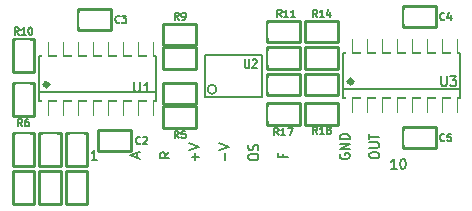
<source format=gto>
%FSLAX46Y46*%
G04 Gerber Fmt 4.6, Leading zero omitted, Abs format (unit mm)*
G04 Created by KiCad (PCBNEW (2014-09-02 BZR 5112)-product) date 2014-11-08 5:57:07 PM*
%MOMM*%
G01*
G04 APERTURE LIST*
%ADD10C,0.150000*%
%ADD11C,0.152400*%
%ADD12C,0.203200*%
%ADD13C,0.381000*%
%ADD14C,0.066040*%
%ADD15C,0.254000*%
%ADD16C,0.158750*%
%ADD17C,0.160020*%
%ADD18R,0.299720X1.300480*%
%ADD19R,0.599440X2.199640*%
%ADD20R,1.143000X0.812800*%
%ADD21R,0.812800X1.143000*%
%ADD22R,1.350000X3.500000*%
G04 APERTURE END LIST*
D10*
D11*
X105982229Y-96867695D02*
X105517772Y-96867695D01*
X105750001Y-96867695D02*
X105750001Y-96054895D01*
X105672591Y-96171010D01*
X105595182Y-96248419D01*
X105517772Y-96287124D01*
X126593600Y-96369276D02*
X126554895Y-96446685D01*
X126554895Y-96562800D01*
X126593600Y-96678914D01*
X126671010Y-96756323D01*
X126748419Y-96795028D01*
X126903238Y-96833733D01*
X127019352Y-96833733D01*
X127174171Y-96795028D01*
X127251581Y-96756323D01*
X127328990Y-96678914D01*
X127367695Y-96562800D01*
X127367695Y-96485390D01*
X127328990Y-96369276D01*
X127290286Y-96330571D01*
X127019352Y-96330571D01*
X127019352Y-96485390D01*
X127367695Y-95982228D02*
X126554895Y-95982228D01*
X127367695Y-95517771D01*
X126554895Y-95517771D01*
X127367695Y-95130723D02*
X126554895Y-95130723D01*
X126554895Y-94937199D01*
X126593600Y-94821085D01*
X126671010Y-94743676D01*
X126748419Y-94704971D01*
X126903238Y-94666266D01*
X127019352Y-94666266D01*
X127174171Y-94704971D01*
X127251581Y-94743676D01*
X127328990Y-94821085D01*
X127367695Y-94937199D01*
X127367695Y-95130723D01*
X131345181Y-97617695D02*
X130880724Y-97617695D01*
X131112953Y-97617695D02*
X131112953Y-96804895D01*
X131035543Y-96921010D01*
X130958134Y-96998419D01*
X130880724Y-97037124D01*
X131848343Y-96804895D02*
X131925752Y-96804895D01*
X132003162Y-96843600D01*
X132041867Y-96882305D01*
X132080571Y-96959714D01*
X132119276Y-97114533D01*
X132119276Y-97308057D01*
X132080571Y-97462876D01*
X132041867Y-97540286D01*
X132003162Y-97578990D01*
X131925752Y-97617695D01*
X131848343Y-97617695D01*
X131770933Y-97578990D01*
X131732229Y-97540286D01*
X131693524Y-97462876D01*
X131654819Y-97308057D01*
X131654819Y-97114533D01*
X131693524Y-96959714D01*
X131732229Y-96882305D01*
X131770933Y-96843600D01*
X131848343Y-96804895D01*
X109385467Y-96693524D02*
X109385467Y-96306476D01*
X109617695Y-96770933D02*
X108804895Y-96500000D01*
X109617695Y-96229067D01*
X112117695Y-96248419D02*
X111730648Y-96519352D01*
X112117695Y-96712876D02*
X111304895Y-96712876D01*
X111304895Y-96403238D01*
X111343600Y-96325829D01*
X111382305Y-96287124D01*
X111459714Y-96248419D01*
X111575829Y-96248419D01*
X111653238Y-96287124D01*
X111691943Y-96325829D01*
X111730648Y-96403238D01*
X111730648Y-96712876D01*
X114308057Y-96907981D02*
X114308057Y-96288705D01*
X114617695Y-96598343D02*
X113998419Y-96598343D01*
X113804895Y-96017771D02*
X114617695Y-95746838D01*
X113804895Y-95475905D01*
X116808057Y-96907981D02*
X116808057Y-96288705D01*
X116304895Y-96017771D02*
X117117695Y-95746838D01*
X116304895Y-95475905D01*
X118804895Y-96714457D02*
X118804895Y-96559638D01*
X118843600Y-96482229D01*
X118921010Y-96404819D01*
X119075829Y-96366114D01*
X119346762Y-96366114D01*
X119501581Y-96404819D01*
X119578990Y-96482229D01*
X119617695Y-96559638D01*
X119617695Y-96714457D01*
X119578990Y-96791867D01*
X119501581Y-96869276D01*
X119346762Y-96907981D01*
X119075829Y-96907981D01*
X118921010Y-96869276D01*
X118843600Y-96791867D01*
X118804895Y-96714457D01*
X119578990Y-96056476D02*
X119617695Y-95940362D01*
X119617695Y-95746838D01*
X119578990Y-95669428D01*
X119540286Y-95630724D01*
X119462876Y-95592019D01*
X119385467Y-95592019D01*
X119308057Y-95630724D01*
X119269352Y-95669428D01*
X119230648Y-95746838D01*
X119191943Y-95901657D01*
X119153238Y-95979066D01*
X119114533Y-96017771D01*
X119037124Y-96056476D01*
X118959714Y-96056476D01*
X118882305Y-96017771D01*
X118843600Y-95979066D01*
X118804895Y-95901657D01*
X118804895Y-95708133D01*
X118843600Y-95592019D01*
X121691943Y-96383886D02*
X121691943Y-96654819D01*
X122117695Y-96654819D02*
X121304895Y-96654819D01*
X121304895Y-96267772D01*
X129054895Y-96562800D02*
X129054895Y-96407981D01*
X129093600Y-96330572D01*
X129171010Y-96253162D01*
X129325829Y-96214457D01*
X129596762Y-96214457D01*
X129751581Y-96253162D01*
X129828990Y-96330572D01*
X129867695Y-96407981D01*
X129867695Y-96562800D01*
X129828990Y-96640210D01*
X129751581Y-96717619D01*
X129596762Y-96756324D01*
X129325829Y-96756324D01*
X129171010Y-96717619D01*
X129093600Y-96640210D01*
X129054895Y-96562800D01*
X129054895Y-95866114D02*
X129712876Y-95866114D01*
X129790286Y-95827409D01*
X129828990Y-95788705D01*
X129867695Y-95711295D01*
X129867695Y-95556476D01*
X129828990Y-95479067D01*
X129790286Y-95440362D01*
X129712876Y-95401657D01*
X129054895Y-95401657D01*
X129054895Y-95130723D02*
X129054895Y-94666266D01*
X129867695Y-94898495D02*
X129054895Y-94898495D01*
D12*
X115087000Y-87972000D02*
X119913000Y-87972000D01*
X119913000Y-87972000D02*
X119913000Y-91528000D01*
X119913000Y-91528000D02*
X115087000Y-91528000D01*
X115087000Y-91528000D02*
X115087000Y-87972000D01*
X116103000Y-90893000D02*
G75*
G03X116103000Y-90893000I-381000J0D01*
G74*
G01*
D13*
X101841421Y-90500000D02*
G75*
G03X101841421Y-90500000I-141421J0D01*
G74*
G01*
D14*
X101311160Y-93098800D02*
X101801380Y-93098800D01*
X101801380Y-93098800D02*
X101801380Y-91998980D01*
X101311160Y-91998980D02*
X101801380Y-91998980D01*
X101311160Y-93098800D02*
X101311160Y-91998980D01*
X102581160Y-93098800D02*
X103071380Y-93098800D01*
X103071380Y-93098800D02*
X103071380Y-91998980D01*
X102581160Y-91998980D02*
X103071380Y-91998980D01*
X102581160Y-93098800D02*
X102581160Y-91998980D01*
X103851160Y-93098800D02*
X104341380Y-93098800D01*
X104341380Y-93098800D02*
X104341380Y-91998980D01*
X103851160Y-91998980D02*
X104341380Y-91998980D01*
X103851160Y-93098800D02*
X103851160Y-91998980D01*
X105121160Y-93098800D02*
X105611380Y-93098800D01*
X105611380Y-93098800D02*
X105611380Y-91998980D01*
X105121160Y-91998980D02*
X105611380Y-91998980D01*
X105121160Y-93098800D02*
X105121160Y-91998980D01*
X107658620Y-88001020D02*
X108148840Y-88001020D01*
X108148840Y-88001020D02*
X108148840Y-86901200D01*
X107658620Y-86901200D02*
X108148840Y-86901200D01*
X107658620Y-88001020D02*
X107658620Y-86901200D01*
X106388620Y-88001020D02*
X106878840Y-88001020D01*
X106878840Y-88001020D02*
X106878840Y-86901200D01*
X106388620Y-86901200D02*
X106878840Y-86901200D01*
X106388620Y-88001020D02*
X106388620Y-86901200D01*
X105121160Y-88001020D02*
X105611380Y-88001020D01*
X105611380Y-88001020D02*
X105611380Y-86901200D01*
X105121160Y-86901200D02*
X105611380Y-86901200D01*
X105121160Y-88001020D02*
X105121160Y-86901200D01*
X103851160Y-88001020D02*
X104341380Y-88001020D01*
X104341380Y-88001020D02*
X104341380Y-86901200D01*
X103851160Y-86901200D02*
X104341380Y-86901200D01*
X103851160Y-88001020D02*
X103851160Y-86901200D01*
X106388620Y-93098800D02*
X106878840Y-93098800D01*
X106878840Y-93098800D02*
X106878840Y-91998980D01*
X106388620Y-91998980D02*
X106878840Y-91998980D01*
X106388620Y-93098800D02*
X106388620Y-91998980D01*
X107658620Y-93098800D02*
X108148840Y-93098800D01*
X108148840Y-93098800D02*
X108148840Y-91998980D01*
X107658620Y-91998980D02*
X108148840Y-91998980D01*
X107658620Y-93098800D02*
X107658620Y-91998980D01*
X108928620Y-93098800D02*
X109418840Y-93098800D01*
X109418840Y-93098800D02*
X109418840Y-91998980D01*
X108928620Y-91998980D02*
X109418840Y-91998980D01*
X108928620Y-93098800D02*
X108928620Y-91998980D01*
X110198620Y-93098800D02*
X110688840Y-93098800D01*
X110688840Y-93098800D02*
X110688840Y-91998980D01*
X110198620Y-91998980D02*
X110688840Y-91998980D01*
X110198620Y-93098800D02*
X110198620Y-91998980D01*
X110198620Y-88001020D02*
X110688840Y-88001020D01*
X110688840Y-88001020D02*
X110688840Y-86901200D01*
X110198620Y-86901200D02*
X110688840Y-86901200D01*
X110198620Y-88001020D02*
X110198620Y-86901200D01*
X108928620Y-88001020D02*
X109418840Y-88001020D01*
X109418840Y-88001020D02*
X109418840Y-86901200D01*
X108928620Y-86901200D02*
X109418840Y-86901200D01*
X108928620Y-88001020D02*
X108928620Y-86901200D01*
X102581160Y-88001020D02*
X103071380Y-88001020D01*
X103071380Y-88001020D02*
X103071380Y-86901200D01*
X102581160Y-86901200D02*
X103071380Y-86901200D01*
X102581160Y-88001020D02*
X102581160Y-86901200D01*
X101311160Y-88001020D02*
X101801380Y-88001020D01*
X101801380Y-88001020D02*
X101801380Y-86901200D01*
X101311160Y-86901200D02*
X101801380Y-86901200D01*
X101311160Y-88001020D02*
X101311160Y-86901200D01*
D12*
X110937760Y-91899920D02*
X101062240Y-91899920D01*
X101062240Y-91899920D02*
X101062240Y-91399540D01*
X101062240Y-91399540D02*
X101062240Y-88100080D01*
X101062240Y-88100080D02*
X110937760Y-88100080D01*
X110937760Y-91149540D02*
X101062240Y-91149540D01*
X110937760Y-88100080D02*
X110937760Y-91399540D01*
X110937760Y-91399540D02*
X110937760Y-91899920D01*
D13*
X127591421Y-90250000D02*
G75*
G03X127591421Y-90250000I-141421J0D01*
G74*
G01*
D14*
X127061160Y-92848800D02*
X127551380Y-92848800D01*
X127551380Y-92848800D02*
X127551380Y-91748980D01*
X127061160Y-91748980D02*
X127551380Y-91748980D01*
X127061160Y-92848800D02*
X127061160Y-91748980D01*
X128331160Y-92848800D02*
X128821380Y-92848800D01*
X128821380Y-92848800D02*
X128821380Y-91748980D01*
X128331160Y-91748980D02*
X128821380Y-91748980D01*
X128331160Y-92848800D02*
X128331160Y-91748980D01*
X129601160Y-92848800D02*
X130091380Y-92848800D01*
X130091380Y-92848800D02*
X130091380Y-91748980D01*
X129601160Y-91748980D02*
X130091380Y-91748980D01*
X129601160Y-92848800D02*
X129601160Y-91748980D01*
X130871160Y-92848800D02*
X131361380Y-92848800D01*
X131361380Y-92848800D02*
X131361380Y-91748980D01*
X130871160Y-91748980D02*
X131361380Y-91748980D01*
X130871160Y-92848800D02*
X130871160Y-91748980D01*
X133408620Y-87751020D02*
X133898840Y-87751020D01*
X133898840Y-87751020D02*
X133898840Y-86651200D01*
X133408620Y-86651200D02*
X133898840Y-86651200D01*
X133408620Y-87751020D02*
X133408620Y-86651200D01*
X132138620Y-87751020D02*
X132628840Y-87751020D01*
X132628840Y-87751020D02*
X132628840Y-86651200D01*
X132138620Y-86651200D02*
X132628840Y-86651200D01*
X132138620Y-87751020D02*
X132138620Y-86651200D01*
X130871160Y-87751020D02*
X131361380Y-87751020D01*
X131361380Y-87751020D02*
X131361380Y-86651200D01*
X130871160Y-86651200D02*
X131361380Y-86651200D01*
X130871160Y-87751020D02*
X130871160Y-86651200D01*
X129601160Y-87751020D02*
X130091380Y-87751020D01*
X130091380Y-87751020D02*
X130091380Y-86651200D01*
X129601160Y-86651200D02*
X130091380Y-86651200D01*
X129601160Y-87751020D02*
X129601160Y-86651200D01*
X132138620Y-92848800D02*
X132628840Y-92848800D01*
X132628840Y-92848800D02*
X132628840Y-91748980D01*
X132138620Y-91748980D02*
X132628840Y-91748980D01*
X132138620Y-92848800D02*
X132138620Y-91748980D01*
X133408620Y-92848800D02*
X133898840Y-92848800D01*
X133898840Y-92848800D02*
X133898840Y-91748980D01*
X133408620Y-91748980D02*
X133898840Y-91748980D01*
X133408620Y-92848800D02*
X133408620Y-91748980D01*
X134678620Y-92848800D02*
X135168840Y-92848800D01*
X135168840Y-92848800D02*
X135168840Y-91748980D01*
X134678620Y-91748980D02*
X135168840Y-91748980D01*
X134678620Y-92848800D02*
X134678620Y-91748980D01*
X135948620Y-92848800D02*
X136438840Y-92848800D01*
X136438840Y-92848800D02*
X136438840Y-91748980D01*
X135948620Y-91748980D02*
X136438840Y-91748980D01*
X135948620Y-92848800D02*
X135948620Y-91748980D01*
X135948620Y-87751020D02*
X136438840Y-87751020D01*
X136438840Y-87751020D02*
X136438840Y-86651200D01*
X135948620Y-86651200D02*
X136438840Y-86651200D01*
X135948620Y-87751020D02*
X135948620Y-86651200D01*
X134678620Y-87751020D02*
X135168840Y-87751020D01*
X135168840Y-87751020D02*
X135168840Y-86651200D01*
X134678620Y-86651200D02*
X135168840Y-86651200D01*
X134678620Y-87751020D02*
X134678620Y-86651200D01*
X128331160Y-87751020D02*
X128821380Y-87751020D01*
X128821380Y-87751020D02*
X128821380Y-86651200D01*
X128331160Y-86651200D02*
X128821380Y-86651200D01*
X128331160Y-87751020D02*
X128331160Y-86651200D01*
X127061160Y-87751020D02*
X127551380Y-87751020D01*
X127551380Y-87751020D02*
X127551380Y-86651200D01*
X127061160Y-86651200D02*
X127551380Y-86651200D01*
X127061160Y-87751020D02*
X127061160Y-86651200D01*
D12*
X136687760Y-91649920D02*
X126812240Y-91649920D01*
X126812240Y-91649920D02*
X126812240Y-91149540D01*
X126812240Y-91149540D02*
X126812240Y-87850080D01*
X126812240Y-87850080D02*
X136687760Y-87850080D01*
X136687760Y-90899540D02*
X126812240Y-90899540D01*
X136687760Y-87850080D02*
X136687760Y-91149540D01*
X136687760Y-91149540D02*
X136687760Y-91649920D01*
D15*
X100650000Y-97400000D02*
X100650000Y-94600000D01*
X100650000Y-94600000D02*
X98850000Y-94600000D01*
X98850000Y-94600000D02*
X98850000Y-97400000D01*
X98850000Y-97400000D02*
X100650000Y-97400000D01*
X120350000Y-93900000D02*
X123150000Y-93900000D01*
X123150000Y-93900000D02*
X123150000Y-92100000D01*
X123150000Y-92100000D02*
X120350000Y-92100000D01*
X120350000Y-92100000D02*
X120350000Y-93900000D01*
X100650000Y-100650000D02*
X100650000Y-97850000D01*
X100650000Y-97850000D02*
X98850000Y-97850000D01*
X98850000Y-97850000D02*
X98850000Y-100650000D01*
X98850000Y-100650000D02*
X100650000Y-100650000D01*
X101100000Y-97850000D02*
X101100000Y-100650000D01*
X101100000Y-100650000D02*
X102900000Y-100650000D01*
X102900000Y-100650000D02*
X102900000Y-97850000D01*
X102900000Y-97850000D02*
X101100000Y-97850000D01*
X105150000Y-97400000D02*
X105150000Y-94600000D01*
X105150000Y-94600000D02*
X103350000Y-94600000D01*
X103350000Y-94600000D02*
X103350000Y-97400000D01*
X103350000Y-97400000D02*
X105150000Y-97400000D01*
X126400000Y-92100000D02*
X123600000Y-92100000D01*
X123600000Y-92100000D02*
X123600000Y-93900000D01*
X123600000Y-93900000D02*
X126400000Y-93900000D01*
X126400000Y-93900000D02*
X126400000Y-92100000D01*
X102900000Y-97400000D02*
X102900000Y-94600000D01*
X102900000Y-94600000D02*
X101100000Y-94600000D01*
X101100000Y-94600000D02*
X101100000Y-97400000D01*
X101100000Y-97400000D02*
X102900000Y-97400000D01*
X103350000Y-97850000D02*
X103350000Y-100650000D01*
X103350000Y-100650000D02*
X105150000Y-100650000D01*
X105150000Y-100650000D02*
X105150000Y-97850000D01*
X105150000Y-97850000D02*
X103350000Y-97850000D01*
X108900000Y-94350000D02*
X106100000Y-94350000D01*
X106100000Y-94350000D02*
X106100000Y-96150000D01*
X106100000Y-96150000D02*
X108900000Y-96150000D01*
X108900000Y-96150000D02*
X108900000Y-94350000D01*
X114400000Y-92350000D02*
X111600000Y-92350000D01*
X111600000Y-92350000D02*
X111600000Y-94150000D01*
X111600000Y-94150000D02*
X114400000Y-94150000D01*
X114400000Y-94150000D02*
X114400000Y-92350000D01*
X100650000Y-93150000D02*
X100650000Y-90350000D01*
X100650000Y-90350000D02*
X98850000Y-90350000D01*
X98850000Y-90350000D02*
X98850000Y-93150000D01*
X98850000Y-93150000D02*
X100650000Y-93150000D01*
X111600000Y-92150000D02*
X114400000Y-92150000D01*
X114400000Y-92150000D02*
X114400000Y-90350000D01*
X114400000Y-90350000D02*
X111600000Y-90350000D01*
X111600000Y-90350000D02*
X111600000Y-92150000D01*
X114400000Y-87350000D02*
X111600000Y-87350000D01*
X111600000Y-87350000D02*
X111600000Y-89150000D01*
X111600000Y-89150000D02*
X114400000Y-89150000D01*
X114400000Y-89150000D02*
X114400000Y-87350000D01*
X107150000Y-84100000D02*
X104350000Y-84100000D01*
X104350000Y-84100000D02*
X104350000Y-85900000D01*
X104350000Y-85900000D02*
X107150000Y-85900000D01*
X107150000Y-85900000D02*
X107150000Y-84100000D01*
X114400000Y-85350000D02*
X111600000Y-85350000D01*
X111600000Y-85350000D02*
X111600000Y-87150000D01*
X111600000Y-87150000D02*
X114400000Y-87150000D01*
X114400000Y-87150000D02*
X114400000Y-85350000D01*
X98850000Y-86600000D02*
X98850000Y-89400000D01*
X98850000Y-89400000D02*
X100650000Y-89400000D01*
X100650000Y-89400000D02*
X100650000Y-86600000D01*
X100650000Y-86600000D02*
X98850000Y-86600000D01*
X123150000Y-85100000D02*
X120350000Y-85100000D01*
X120350000Y-85100000D02*
X120350000Y-86900000D01*
X120350000Y-86900000D02*
X123150000Y-86900000D01*
X123150000Y-86900000D02*
X123150000Y-85100000D01*
X126400000Y-87350000D02*
X123600000Y-87350000D01*
X123600000Y-87350000D02*
X123600000Y-89150000D01*
X123600000Y-89150000D02*
X126400000Y-89150000D01*
X126400000Y-89150000D02*
X126400000Y-87350000D01*
X131850000Y-85650000D02*
X134650000Y-85650000D01*
X134650000Y-85650000D02*
X134650000Y-83850000D01*
X134650000Y-83850000D02*
X131850000Y-83850000D01*
X131850000Y-83850000D02*
X131850000Y-85650000D01*
X120350000Y-89150000D02*
X123150000Y-89150000D01*
X123150000Y-89150000D02*
X123150000Y-87350000D01*
X123150000Y-87350000D02*
X120350000Y-87350000D01*
X120350000Y-87350000D02*
X120350000Y-89150000D01*
X126400000Y-85100000D02*
X123600000Y-85100000D01*
X123600000Y-85100000D02*
X123600000Y-86900000D01*
X123600000Y-86900000D02*
X126400000Y-86900000D01*
X126400000Y-86900000D02*
X126400000Y-85100000D01*
X123150000Y-89600000D02*
X120350000Y-89600000D01*
X120350000Y-89600000D02*
X120350000Y-91400000D01*
X120350000Y-91400000D02*
X123150000Y-91400000D01*
X123150000Y-91400000D02*
X123150000Y-89600000D01*
X126400000Y-89600000D02*
X123600000Y-89600000D01*
X123600000Y-89600000D02*
X123600000Y-91400000D01*
X123600000Y-91400000D02*
X126400000Y-91400000D01*
X126400000Y-91400000D02*
X126400000Y-89600000D01*
X131850000Y-95900000D02*
X134650000Y-95900000D01*
X134650000Y-95900000D02*
X134650000Y-94100000D01*
X134650000Y-94100000D02*
X131850000Y-94100000D01*
X131850000Y-94100000D02*
X131850000Y-95900000D01*
D16*
X118516190Y-88332714D02*
X118516190Y-88949571D01*
X118546429Y-89022143D01*
X118576667Y-89058429D01*
X118637143Y-89094714D01*
X118758095Y-89094714D01*
X118818571Y-89058429D01*
X118848810Y-89022143D01*
X118879048Y-88949571D01*
X118879048Y-88332714D01*
X119151190Y-88405286D02*
X119181428Y-88369000D01*
X119241905Y-88332714D01*
X119393095Y-88332714D01*
X119453571Y-88369000D01*
X119483809Y-88405286D01*
X119514048Y-88477857D01*
X119514048Y-88550429D01*
X119483809Y-88659286D01*
X119120952Y-89094714D01*
X119514048Y-89094714D01*
D17*
D11*
X109130724Y-90304895D02*
X109130724Y-90962876D01*
X109169429Y-91040286D01*
X109208133Y-91078990D01*
X109285543Y-91117695D01*
X109440362Y-91117695D01*
X109517771Y-91078990D01*
X109556476Y-91040286D01*
X109595181Y-90962876D01*
X109595181Y-90304895D01*
X110407981Y-91117695D02*
X109943524Y-91117695D01*
X110175753Y-91117695D02*
X110175753Y-90304895D01*
X110098343Y-90421010D01*
X110020934Y-90498419D01*
X109943524Y-90537124D01*
X135130724Y-89804895D02*
X135130724Y-90462876D01*
X135169429Y-90540286D01*
X135208133Y-90578990D01*
X135285543Y-90617695D01*
X135440362Y-90617695D01*
X135517771Y-90578990D01*
X135556476Y-90540286D01*
X135595181Y-90462876D01*
X135595181Y-89804895D01*
X135904819Y-89804895D02*
X136407981Y-89804895D01*
X136137048Y-90114533D01*
X136253162Y-90114533D01*
X136330572Y-90153238D01*
X136369276Y-90191943D01*
X136407981Y-90269352D01*
X136407981Y-90462876D01*
X136369276Y-90540286D01*
X136330572Y-90578990D01*
X136253162Y-90617695D01*
X136020934Y-90617695D01*
X135943524Y-90578990D01*
X135904819Y-90540286D01*
X121358115Y-94775771D02*
X121154915Y-94485486D01*
X121009772Y-94775771D02*
X121009772Y-94166171D01*
X121242000Y-94166171D01*
X121300058Y-94195200D01*
X121329086Y-94224229D01*
X121358115Y-94282286D01*
X121358115Y-94369371D01*
X121329086Y-94427429D01*
X121300058Y-94456457D01*
X121242000Y-94485486D01*
X121009772Y-94485486D01*
X121938686Y-94775771D02*
X121590343Y-94775771D01*
X121764515Y-94775771D02*
X121764515Y-94166171D01*
X121706458Y-94253257D01*
X121648400Y-94311314D01*
X121590343Y-94340343D01*
X122141886Y-94166171D02*
X122548286Y-94166171D01*
X122287029Y-94775771D01*
X124608115Y-94675771D02*
X124404915Y-94385486D01*
X124259772Y-94675771D02*
X124259772Y-94066171D01*
X124492000Y-94066171D01*
X124550058Y-94095200D01*
X124579086Y-94124229D01*
X124608115Y-94182286D01*
X124608115Y-94269371D01*
X124579086Y-94327429D01*
X124550058Y-94356457D01*
X124492000Y-94385486D01*
X124259772Y-94385486D01*
X125188686Y-94675771D02*
X124840343Y-94675771D01*
X125014515Y-94675771D02*
X125014515Y-94066171D01*
X124956458Y-94153257D01*
X124898400Y-94211314D01*
X124840343Y-94240343D01*
X125537029Y-94327429D02*
X125478971Y-94298400D01*
X125449943Y-94269371D01*
X125420914Y-94211314D01*
X125420914Y-94182286D01*
X125449943Y-94124229D01*
X125478971Y-94095200D01*
X125537029Y-94066171D01*
X125653143Y-94066171D01*
X125711200Y-94095200D01*
X125740229Y-94124229D01*
X125769257Y-94182286D01*
X125769257Y-94211314D01*
X125740229Y-94269371D01*
X125711200Y-94298400D01*
X125653143Y-94327429D01*
X125537029Y-94327429D01*
X125478971Y-94356457D01*
X125449943Y-94385486D01*
X125420914Y-94443543D01*
X125420914Y-94559657D01*
X125449943Y-94617714D01*
X125478971Y-94646743D01*
X125537029Y-94675771D01*
X125653143Y-94675771D01*
X125711200Y-94646743D01*
X125740229Y-94617714D01*
X125769257Y-94559657D01*
X125769257Y-94443543D01*
X125740229Y-94385486D01*
X125711200Y-94356457D01*
X125653143Y-94327429D01*
X109648401Y-95467714D02*
X109619372Y-95496743D01*
X109532286Y-95525771D01*
X109474229Y-95525771D01*
X109387144Y-95496743D01*
X109329086Y-95438686D01*
X109300058Y-95380629D01*
X109271029Y-95264514D01*
X109271029Y-95177429D01*
X109300058Y-95061314D01*
X109329086Y-95003257D01*
X109387144Y-94945200D01*
X109474229Y-94916171D01*
X109532286Y-94916171D01*
X109619372Y-94945200D01*
X109648401Y-94974229D01*
X109880629Y-94974229D02*
X109909658Y-94945200D01*
X109967715Y-94916171D01*
X110112858Y-94916171D01*
X110170915Y-94945200D01*
X110199944Y-94974229D01*
X110228972Y-95032286D01*
X110228972Y-95090343D01*
X110199944Y-95177429D01*
X109851601Y-95525771D01*
X110228972Y-95525771D01*
X112898401Y-95025771D02*
X112695201Y-94735486D01*
X112550058Y-95025771D02*
X112550058Y-94416171D01*
X112782286Y-94416171D01*
X112840344Y-94445200D01*
X112869372Y-94474229D01*
X112898401Y-94532286D01*
X112898401Y-94619371D01*
X112869372Y-94677429D01*
X112840344Y-94706457D01*
X112782286Y-94735486D01*
X112550058Y-94735486D01*
X113449944Y-94416171D02*
X113159658Y-94416171D01*
X113130629Y-94706457D01*
X113159658Y-94677429D01*
X113217715Y-94648400D01*
X113362858Y-94648400D01*
X113420915Y-94677429D01*
X113449944Y-94706457D01*
X113478972Y-94764514D01*
X113478972Y-94909657D01*
X113449944Y-94967714D01*
X113420915Y-94996743D01*
X113362858Y-95025771D01*
X113217715Y-95025771D01*
X113159658Y-94996743D01*
X113130629Y-94967714D01*
X99648401Y-94025771D02*
X99445201Y-93735486D01*
X99300058Y-94025771D02*
X99300058Y-93416171D01*
X99532286Y-93416171D01*
X99590344Y-93445200D01*
X99619372Y-93474229D01*
X99648401Y-93532286D01*
X99648401Y-93619371D01*
X99619372Y-93677429D01*
X99590344Y-93706457D01*
X99532286Y-93735486D01*
X99300058Y-93735486D01*
X100170915Y-93416171D02*
X100054801Y-93416171D01*
X99996744Y-93445200D01*
X99967715Y-93474229D01*
X99909658Y-93561314D01*
X99880629Y-93677429D01*
X99880629Y-93909657D01*
X99909658Y-93967714D01*
X99938686Y-93996743D01*
X99996744Y-94025771D01*
X100112858Y-94025771D01*
X100170915Y-93996743D01*
X100199944Y-93967714D01*
X100228972Y-93909657D01*
X100228972Y-93764514D01*
X100199944Y-93706457D01*
X100170915Y-93677429D01*
X100112858Y-93648400D01*
X99996744Y-93648400D01*
X99938686Y-93677429D01*
X99909658Y-93706457D01*
X99880629Y-93764514D01*
X107898401Y-85217714D02*
X107869372Y-85246743D01*
X107782286Y-85275771D01*
X107724229Y-85275771D01*
X107637144Y-85246743D01*
X107579086Y-85188686D01*
X107550058Y-85130629D01*
X107521029Y-85014514D01*
X107521029Y-84927429D01*
X107550058Y-84811314D01*
X107579086Y-84753257D01*
X107637144Y-84695200D01*
X107724229Y-84666171D01*
X107782286Y-84666171D01*
X107869372Y-84695200D01*
X107898401Y-84724229D01*
X108101601Y-84666171D02*
X108478972Y-84666171D01*
X108275772Y-84898400D01*
X108362858Y-84898400D01*
X108420915Y-84927429D01*
X108449944Y-84956457D01*
X108478972Y-85014514D01*
X108478972Y-85159657D01*
X108449944Y-85217714D01*
X108420915Y-85246743D01*
X108362858Y-85275771D01*
X108188686Y-85275771D01*
X108130629Y-85246743D01*
X108101601Y-85217714D01*
X112898401Y-85025771D02*
X112695201Y-84735486D01*
X112550058Y-85025771D02*
X112550058Y-84416171D01*
X112782286Y-84416171D01*
X112840344Y-84445200D01*
X112869372Y-84474229D01*
X112898401Y-84532286D01*
X112898401Y-84619371D01*
X112869372Y-84677429D01*
X112840344Y-84706457D01*
X112782286Y-84735486D01*
X112550058Y-84735486D01*
X113188686Y-85025771D02*
X113304801Y-85025771D01*
X113362858Y-84996743D01*
X113391886Y-84967714D01*
X113449944Y-84880629D01*
X113478972Y-84764514D01*
X113478972Y-84532286D01*
X113449944Y-84474229D01*
X113420915Y-84445200D01*
X113362858Y-84416171D01*
X113246744Y-84416171D01*
X113188686Y-84445200D01*
X113159658Y-84474229D01*
X113130629Y-84532286D01*
X113130629Y-84677429D01*
X113159658Y-84735486D01*
X113188686Y-84764514D01*
X113246744Y-84793543D01*
X113362858Y-84793543D01*
X113420915Y-84764514D01*
X113449944Y-84735486D01*
X113478972Y-84677429D01*
X99358115Y-86275771D02*
X99154915Y-85985486D01*
X99009772Y-86275771D02*
X99009772Y-85666171D01*
X99242000Y-85666171D01*
X99300058Y-85695200D01*
X99329086Y-85724229D01*
X99358115Y-85782286D01*
X99358115Y-85869371D01*
X99329086Y-85927429D01*
X99300058Y-85956457D01*
X99242000Y-85985486D01*
X99009772Y-85985486D01*
X99938686Y-86275771D02*
X99590343Y-86275771D01*
X99764515Y-86275771D02*
X99764515Y-85666171D01*
X99706458Y-85753257D01*
X99648400Y-85811314D01*
X99590343Y-85840343D01*
X100316057Y-85666171D02*
X100374114Y-85666171D01*
X100432171Y-85695200D01*
X100461200Y-85724229D01*
X100490229Y-85782286D01*
X100519257Y-85898400D01*
X100519257Y-86043543D01*
X100490229Y-86159657D01*
X100461200Y-86217714D01*
X100432171Y-86246743D01*
X100374114Y-86275771D01*
X100316057Y-86275771D01*
X100258000Y-86246743D01*
X100228971Y-86217714D01*
X100199943Y-86159657D01*
X100170914Y-86043543D01*
X100170914Y-85898400D01*
X100199943Y-85782286D01*
X100228971Y-85724229D01*
X100258000Y-85695200D01*
X100316057Y-85666171D01*
X121608115Y-84775771D02*
X121404915Y-84485486D01*
X121259772Y-84775771D02*
X121259772Y-84166171D01*
X121492000Y-84166171D01*
X121550058Y-84195200D01*
X121579086Y-84224229D01*
X121608115Y-84282286D01*
X121608115Y-84369371D01*
X121579086Y-84427429D01*
X121550058Y-84456457D01*
X121492000Y-84485486D01*
X121259772Y-84485486D01*
X122188686Y-84775771D02*
X121840343Y-84775771D01*
X122014515Y-84775771D02*
X122014515Y-84166171D01*
X121956458Y-84253257D01*
X121898400Y-84311314D01*
X121840343Y-84340343D01*
X122769257Y-84775771D02*
X122420914Y-84775771D01*
X122595086Y-84775771D02*
X122595086Y-84166171D01*
X122537029Y-84253257D01*
X122478971Y-84311314D01*
X122420914Y-84340343D01*
X135398401Y-84967714D02*
X135369372Y-84996743D01*
X135282286Y-85025771D01*
X135224229Y-85025771D01*
X135137144Y-84996743D01*
X135079086Y-84938686D01*
X135050058Y-84880629D01*
X135021029Y-84764514D01*
X135021029Y-84677429D01*
X135050058Y-84561314D01*
X135079086Y-84503257D01*
X135137144Y-84445200D01*
X135224229Y-84416171D01*
X135282286Y-84416171D01*
X135369372Y-84445200D01*
X135398401Y-84474229D01*
X135920915Y-84619371D02*
X135920915Y-85025771D01*
X135775772Y-84387143D02*
X135630629Y-84822571D01*
X136008001Y-84822571D01*
X124608115Y-84775771D02*
X124404915Y-84485486D01*
X124259772Y-84775771D02*
X124259772Y-84166171D01*
X124492000Y-84166171D01*
X124550058Y-84195200D01*
X124579086Y-84224229D01*
X124608115Y-84282286D01*
X124608115Y-84369371D01*
X124579086Y-84427429D01*
X124550058Y-84456457D01*
X124492000Y-84485486D01*
X124259772Y-84485486D01*
X125188686Y-84775771D02*
X124840343Y-84775771D01*
X125014515Y-84775771D02*
X125014515Y-84166171D01*
X124956458Y-84253257D01*
X124898400Y-84311314D01*
X124840343Y-84340343D01*
X125711200Y-84369371D02*
X125711200Y-84775771D01*
X125566057Y-84137143D02*
X125420914Y-84572571D01*
X125798286Y-84572571D01*
X135398401Y-95217714D02*
X135369372Y-95246743D01*
X135282286Y-95275771D01*
X135224229Y-95275771D01*
X135137144Y-95246743D01*
X135079086Y-95188686D01*
X135050058Y-95130629D01*
X135021029Y-95014514D01*
X135021029Y-94927429D01*
X135050058Y-94811314D01*
X135079086Y-94753257D01*
X135137144Y-94695200D01*
X135224229Y-94666171D01*
X135282286Y-94666171D01*
X135369372Y-94695200D01*
X135398401Y-94724229D01*
X135949944Y-94666171D02*
X135659658Y-94666171D01*
X135630629Y-94956457D01*
X135659658Y-94927429D01*
X135717715Y-94898400D01*
X135862858Y-94898400D01*
X135920915Y-94927429D01*
X135949944Y-94956457D01*
X135978972Y-95014514D01*
X135978972Y-95159657D01*
X135949944Y-95217714D01*
X135920915Y-95246743D01*
X135862858Y-95275771D01*
X135717715Y-95275771D01*
X135659658Y-95246743D01*
X135630629Y-95217714D01*
%LPC*%
D18*
X115569600Y-92544000D03*
X116204600Y-92544000D03*
X116865000Y-92544000D03*
X117500000Y-92544000D03*
X118160400Y-92544000D03*
X118808100Y-92544000D03*
X119455800Y-92544000D03*
X119455800Y-86956000D03*
X118808100Y-86956000D03*
X118160400Y-86956000D03*
X117500000Y-86956000D03*
X116852300Y-86956000D03*
X116204600Y-86956000D03*
X115556900Y-86956000D03*
D19*
X101555000Y-92598420D03*
X102825000Y-92598420D03*
X104095000Y-92598420D03*
X105365000Y-92598420D03*
X106635000Y-92598420D03*
X107905000Y-92598420D03*
X109175000Y-92598420D03*
X110445000Y-92598420D03*
X110445000Y-87401580D03*
X109175000Y-87401580D03*
X107905000Y-87401580D03*
X106635000Y-87401580D03*
X105365000Y-87401580D03*
X104095000Y-87401580D03*
X102825000Y-87401580D03*
X101555000Y-87401580D03*
X127305000Y-92348420D03*
X128575000Y-92348420D03*
X129845000Y-92348420D03*
X131115000Y-92348420D03*
X132385000Y-92348420D03*
X133655000Y-92348420D03*
X134925000Y-92348420D03*
X136195000Y-92348420D03*
X136195000Y-87151580D03*
X134925000Y-87151580D03*
X133655000Y-87151580D03*
X132385000Y-87151580D03*
X131115000Y-87151580D03*
X129845000Y-87151580D03*
X128575000Y-87151580D03*
X127305000Y-87151580D03*
D20*
X99750000Y-96850900D03*
X99750000Y-95149100D03*
D21*
X120899100Y-93000000D03*
X122600900Y-93000000D03*
D20*
X99750000Y-100100900D03*
X99750000Y-98399100D03*
X102000000Y-98399100D03*
X102000000Y-100100900D03*
X104250000Y-96850900D03*
X104250000Y-95149100D03*
D21*
X125850900Y-93000000D03*
X124149100Y-93000000D03*
D20*
X102000000Y-96850900D03*
X102000000Y-95149100D03*
X104250000Y-98399100D03*
X104250000Y-100100900D03*
D21*
X108350900Y-95250000D03*
X106649100Y-95250000D03*
X113850900Y-93250000D03*
X112149100Y-93250000D03*
D20*
X99750000Y-92600900D03*
X99750000Y-90899100D03*
D21*
X112149100Y-91250000D03*
X113850900Y-91250000D03*
X113850900Y-88250000D03*
X112149100Y-88250000D03*
X106600900Y-85000000D03*
X104899100Y-85000000D03*
X113850900Y-86250000D03*
X112149100Y-86250000D03*
D20*
X99750000Y-87149100D03*
X99750000Y-88850900D03*
D21*
X122600900Y-86000000D03*
X120899100Y-86000000D03*
X125850900Y-88250000D03*
X124149100Y-88250000D03*
X132399100Y-84750000D03*
X134100900Y-84750000D03*
X120899100Y-88250000D03*
X122600900Y-88250000D03*
X125850900Y-86000000D03*
X124149100Y-86000000D03*
X122600900Y-90500000D03*
X120899100Y-90500000D03*
X125850900Y-90500000D03*
X124149100Y-90500000D03*
X132399100Y-95000000D03*
X134100900Y-95000000D03*
D22*
X106570000Y-99000000D03*
X109110000Y-99000000D03*
X111650000Y-99000000D03*
X114190000Y-99000000D03*
X116730000Y-99000000D03*
X119270000Y-99000000D03*
X121810000Y-99000000D03*
X124350000Y-99000000D03*
X126890000Y-99000000D03*
X129430000Y-99000000D03*
M02*

</source>
